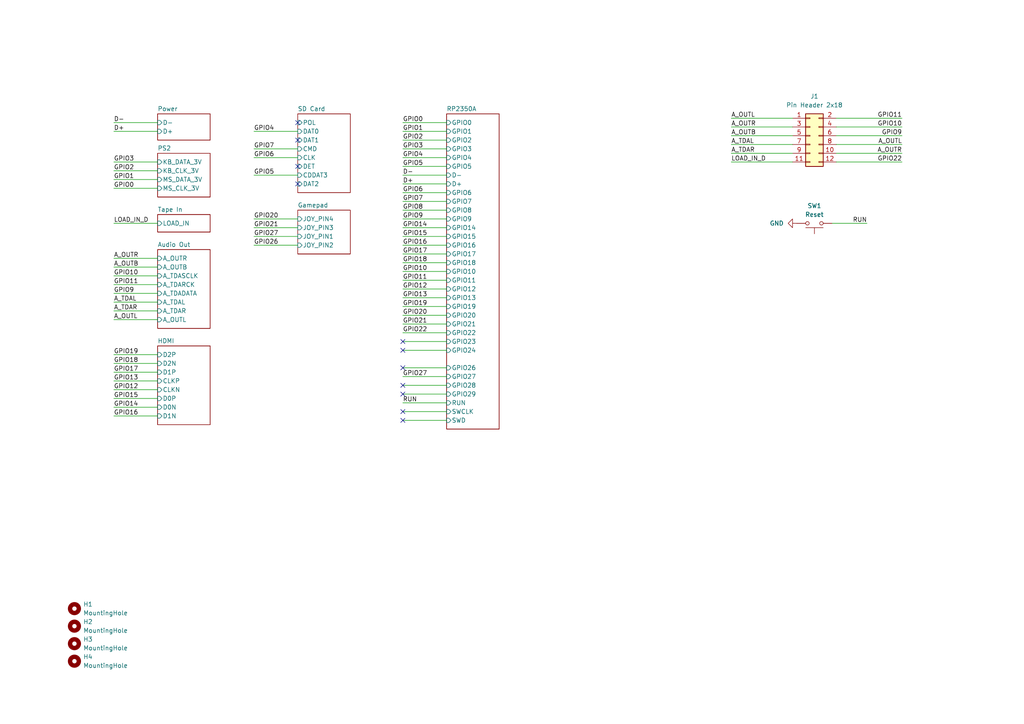
<source format=kicad_sch>
(kicad_sch (version 20231120) (generator "eeschema") (generator_version "8.0")
  (paper "A4")
  (title_block (title "Frank M2") (date "2025-02-02") (rev "1.02") (company "Mikhail Matveev") (comment 1 "https://github.com/xtremespb/frank"))
  (lib_symbols
    (symbol "Connector_Generic:Conn_02x06_Odd_Even" (pin_names (offset 1.016) hide)
      (property "Reference" "J" (at 1.27 7.62 0))
      (property "Value" "Conn_02x06_Odd_Even" (at 1.27 -10.16 0))
      (symbol "Conn_02x06_Odd_Even_1_1"
        (rectangle (start -1.27 -7.493) (end 0 -7.747) (stroke (width 0.1524)))
        (rectangle (start -1.27 -4.953) (end 0 -5.207) (stroke (width 0.1524)))
        (rectangle (start -1.27 -2.413) (end 0 -2.667) (stroke (width 0.1524)))
        (rectangle (start -1.27 0.127) (end 0 -0.127) (stroke (width 0.1524)))
        (rectangle (start -1.27 2.667) (end 0 2.413) (stroke (width 0.1524)))
        (rectangle (start -1.27 5.207) (end 0 4.953) (stroke (width 0.1524)))
        (rectangle (start -1.27 6.35) (end 3.81 -8.89) (stroke (width 0.254)) (fill (type background)))
        (rectangle (start 3.81 -7.493) (end 2.54 -7.747) (stroke (width 0.1524)))
        (rectangle (start 3.81 -4.953) (end 2.54 -5.207) (stroke (width 0.1524)))
        (rectangle (start 3.81 -2.413) (end 2.54 -2.667) (stroke (width 0.1524)))
        (rectangle (start 3.81 0.127) (end 2.54 -0.127) (stroke (width 0.1524)))
        (rectangle (start 3.81 2.667) (end 2.54 2.413) (stroke (width 0.1524)))
        (rectangle (start 3.81 5.207) (end 2.54 4.953) (stroke (width 0.1524)))
        (pin passive line (at -5.08 5.08 0) (length 3.81) (name "Pin_1") (number "1"))
        (pin passive line (at 7.62 -5.08 180) (length 3.81) (name "Pin_10") (number "10"))
        (pin passive line (at -5.08 -7.62 0) (length 3.81) (name "Pin_11") (number "11"))
        (pin passive line (at 7.62 -7.62 180) (length 3.81) (name "Pin_12") (number "12"))
        (pin passive line (at 7.62 5.08 180) (length 3.81) (name "Pin_2") (number "2"))
        (pin passive line (at -5.08 2.54 0) (length 3.81) (name "Pin_3") (number "3"))
        (pin passive line (at 7.62 2.54 180) (length 3.81) (name "Pin_4") (number "4"))
        (pin passive line (at -5.08 0 0) (length 3.81) (name "Pin_5") (number "5"))
        (pin passive line (at 7.62 0 180) (length 3.81) (name "Pin_6") (number "6"))
        (pin passive line (at -5.08 -2.54 0) (length 3.81) (name "Pin_7") (number "7"))
        (pin passive line (at 7.62 -2.54 180) (length 3.81) (name "Pin_8") (number "8"))
        (pin passive line (at -5.08 -5.08 0) (length 3.81) (name "Pin_9") (number "9"))
      )
    )
    (symbol "GND_1" (power) (pin_numbers hide) (pin_names (offset 0) hide)
      (property "Value" "GND" (at 0 -3.81 0))
      (symbol "GND_1_0_1"
        (polyline (pts (xy 0 0) (xy 0 -1.27) (xy 1.27 -1.27) (xy 0 -2.54) (xy -1.27 -1.27) (xy 0 -1.27)))
      )
      (symbol "GND_1_1_1"
        (pin power_in line (at 0 0 270) (length 0) (name "~") (number "1"))
      )
    )
    (symbol "Mechanical:MountingHole" (pin_names (offset 1.016)) (exclude_from_sim yes) (in_bom no)
      (property "Reference" "H" (at 0 5.08 0))
      (property "Value" "MountingHole" (at 0 3.175 0))
      (symbol "MountingHole_0_1"
        (circle (center 0 0) (radius 1.27) (stroke (width 1.27)))
      )
    )
    (symbol "Switch:SW_Push" (pin_numbers hide) (pin_names (offset 1.016) hide)
      (property "Reference" "SW" (at 1.27 2.54 0))
      (property "Value" "SW_Push" (at 0 -1.524 0))
      (symbol "SW_Push_0_1"
        (circle (center -2.032 0) (radius 0.508))
        (polyline (pts (xy 0 1.27) (xy 0 3.048)))
        (polyline (pts (xy 2.54 1.27) (xy -2.54 1.27)))
        (circle (center 2.032 0) (radius 0.508))
        (pin passive line (at -5.08 0 0) (length 2.54) (name "1") (number "1"))
        (pin passive line (at 5.08 0 180) (length 2.54) (name "2") (number "2"))
      )
    )
  )
  (no_connect (at 116.84 99.06))
  (no_connect (at 86.36 53.34))
  (no_connect (at 116.84 119.38))
  (no_connect (at 116.84 101.6))
  (no_connect (at 86.36 40.64))
  (no_connect (at 116.84 106.68))
  (no_connect (at 86.36 48.26))
  (no_connect (at 86.36 35.56))
  (no_connect (at 116.84 111.76))
  (no_connect (at 116.84 114.3))
  (no_connect (at 116.84 121.92))
  (wire (pts (xy 33.02 77.47) (xy 45.72 77.47)))
  (wire (pts (xy 33.02 80.01) (xy 45.72 80.01)))
  (wire (pts (xy 116.84 81.28) (xy 129.54 81.28)))
  (wire (pts (xy 116.84 38.1) (xy 129.54 38.1)))
  (wire (pts (xy 116.84 114.3) (xy 129.54 114.3)))
  (wire (pts (xy 116.84 60.96) (xy 129.54 60.96)))
  (wire (pts (xy 116.84 91.44) (xy 129.54 91.44)))
  (wire (pts (xy 212.09 41.91) (xy 229.87 41.91)))
  (wire (pts (xy 116.84 63.5) (xy 129.54 63.5)))
  (wire (pts (xy 33.02 120.65) (xy 45.72 120.65)))
  (wire (pts (xy 241.3 64.77) (xy 251.46 64.77)))
  (wire (pts (xy 33.02 92.71) (xy 45.72 92.71)))
  (wire (pts (xy 33.02 54.61) (xy 45.72 54.61)))
  (wire (pts (xy 116.84 106.68) (xy 129.54 106.68)))
  (wire (pts (xy 33.02 74.93) (xy 45.72 74.93)))
  (wire (pts (xy 33.02 115.57) (xy 45.72 115.57)))
  (wire (pts (xy 33.02 105.41) (xy 45.72 105.41)))
  (wire (pts (xy 33.02 46.99) (xy 45.72 46.99)))
  (wire (pts (xy 116.84 109.22) (xy 129.54 109.22)))
  (wire (pts (xy 33.02 102.87) (xy 45.72 102.87)))
  (wire (pts (xy 33.02 110.49) (xy 45.72 110.49)))
  (wire (pts (xy 116.84 50.8) (xy 129.54 50.8)))
  (wire (pts (xy 33.02 87.63) (xy 45.72 87.63)))
  (wire (pts (xy 73.66 43.18) (xy 86.36 43.18)))
  (wire (pts (xy 212.09 44.45) (xy 229.87 44.45)))
  (wire (pts (xy 116.84 116.84) (xy 129.54 116.84)))
  (wire (pts (xy 33.02 82.55) (xy 45.72 82.55)))
  (wire (pts (xy 242.57 46.99) (xy 261.62 46.99)))
  (wire (pts (xy 116.84 121.92) (xy 129.54 121.92)))
  (wire (pts (xy 33.02 38.1) (xy 45.72 38.1)))
  (wire (pts (xy 116.84 86.36) (xy 129.54 86.36)))
  (wire (pts (xy 116.84 101.6) (xy 129.54 101.6)))
  (wire (pts (xy 116.84 48.26) (xy 129.54 48.26)))
  (wire (pts (xy 33.02 49.53) (xy 45.72 49.53)))
  (wire (pts (xy 116.84 96.52) (xy 129.54 96.52)))
  (wire (pts (xy 116.84 35.56) (xy 129.54 35.56)))
  (wire (pts (xy 73.66 68.58) (xy 86.36 68.58)))
  (wire (pts (xy 116.84 76.2) (xy 129.54 76.2)))
  (wire (pts (xy 116.84 55.88) (xy 129.54 55.88)))
  (wire (pts (xy 33.02 35.56) (xy 45.72 35.56)))
  (wire (pts (xy 33.02 107.95) (xy 45.72 107.95)))
  (wire (pts (xy 242.57 36.83) (xy 261.62 36.83)))
  (wire (pts (xy 116.84 93.98) (xy 129.54 93.98)))
  (wire (pts (xy 33.02 118.11) (xy 45.72 118.11)))
  (wire (pts (xy 73.66 63.5) (xy 86.36 63.5)))
  (wire (pts (xy 116.84 45.72) (xy 129.54 45.72)))
  (wire (pts (xy 116.84 58.42) (xy 129.54 58.42)))
  (wire (pts (xy 73.66 38.1) (xy 86.36 38.1)))
  (wire (pts (xy 73.66 66.04) (xy 86.36 66.04)))
  (wire (pts (xy 116.84 53.34) (xy 129.54 53.34)))
  (wire (pts (xy 116.84 88.9) (xy 129.54 88.9)))
  (wire (pts (xy 116.84 43.18) (xy 129.54 43.18)))
  (wire (pts (xy 33.02 64.77) (xy 45.72 64.77)))
  (wire (pts (xy 242.57 34.29) (xy 261.62 34.29)))
  (wire (pts (xy 116.84 68.58) (xy 129.54 68.58)))
  (wire (pts (xy 116.84 40.64) (xy 129.54 40.64)))
  (wire (pts (xy 212.09 36.83) (xy 229.87 36.83)))
  (wire (pts (xy 116.84 99.06) (xy 129.54 99.06)))
  (wire (pts (xy 33.02 113.03) (xy 45.72 113.03)))
  (wire (pts (xy 116.84 119.38) (xy 129.54 119.38)))
  (wire (pts (xy 73.66 71.12) (xy 86.36 71.12)))
  (wire (pts (xy 33.02 52.07) (xy 45.72 52.07)))
  (wire (pts (xy 212.09 39.37) (xy 229.87 39.37)))
  (wire (pts (xy 242.57 39.37) (xy 261.62 39.37)))
  (wire (pts (xy 242.57 44.45) (xy 261.62 44.45)))
  (wire (pts (xy 116.84 71.12) (xy 129.54 71.12)))
  (wire (pts (xy 73.66 50.8) (xy 86.36 50.8)))
  (wire (pts (xy 212.09 46.99) (xy 229.87 46.99)))
  (wire (pts (xy 33.02 85.09) (xy 45.72 85.09)))
  (wire (pts (xy 242.57 41.91) (xy 261.62 41.91)))
  (wire (pts (xy 116.84 66.04) (xy 129.54 66.04)))
  (wire (pts (xy 212.09 34.29) (xy 229.87 34.29)))
  (wire (pts (xy 116.84 73.66) (xy 129.54 73.66)))
  (wire (pts (xy 73.66 45.72) (xy 86.36 45.72)))
  (wire (pts (xy 33.02 90.17) (xy 45.72 90.17)))
  (wire (pts (xy 116.84 111.76) (xy 129.54 111.76)))
  (wire (pts (xy 116.84 83.82) (xy 129.54 83.82)))
  (wire (pts (xy 116.84 78.74) (xy 129.54 78.74)))
  (label "GPIO6" (at 73.66 45.72 0))
  (label "GPIO8" (at 116.84 60.96 0))
  (label "A_TDAL" (at 212.09 41.91 0))
  (label "GPIO19" (at 116.84 88.9 0))
  (label "LOAD_IN_D" (at 212.09 46.99 0))
  (label "GPIO26" (at 73.66 71.12 0))
  (label "GPIO16" (at 116.84 71.12 0))
  (label "D+" (at 33.02 38.1 0))
  (label "GPIO9" (at 116.84 63.5 0))
  (label "GPIO5" (at 116.84 48.26 0))
  (label "GPIO18" (at 33.02 105.41 0))
  (label "GPIO12" (at 116.84 83.82 0))
  (label "RUN" (at 116.84 116.84 0))
  (label "GPIO13" (at 33.02 110.49 0))
  (label "GPIO11" (at 33.02 82.55 0))
  (label "GPIO18" (at 116.84 76.2 0))
  (label "GPIO11" (at 116.84 81.28 0))
  (label "GPIO16" (at 33.02 120.65 0))
  (label "GPIO10" (at 33.02 80.01 0))
  (label "GPIO21" (at 116.84 93.98 0))
  (label "GPIO5" (at 73.66 50.8 0))
  (label "A_OUTR" (at 33.02 74.93 0))
  (label "GPIO15" (at 116.84 68.58 0))
  (label "GPIO4" (at 73.66 38.1 0))
  (label "A_TDAR" (at 212.09 44.45 0))
  (label "GPIO27" (at 116.84 109.22 0))
  (label "LOAD_IN_D" (at 33.02 64.77 0))
  (label "GPIO15" (at 33.02 115.57 0))
  (label "A_OUTL" (at 261.62 41.91 180))
  (label "GPIO9" (at 33.02 85.09 0))
  (label "GPIO14" (at 116.84 66.04 0))
  (label "GPIO13" (at 116.84 86.36 0))
  (label "GPIO4" (at 116.84 45.72 0))
  (label "GPIO3" (at 33.02 46.99 0))
  (label "GPIO14" (at 33.02 118.11 0))
  (label "GPIO0" (at 116.84 35.56 0))
  (label "GPIO10" (at 261.62 36.83 180))
  (label "GPIO11" (at 261.62 34.29 180))
  (label "GPIO7" (at 73.66 43.18 0))
  (label "GPIO12" (at 33.02 113.03 0))
  (label "GPIO17" (at 33.02 107.95 0))
  (label "GPIO3" (at 116.84 43.18 0))
  (label "GPIO27" (at 73.66 68.58 0))
  (label "GPIO22" (at 261.62 46.99 180))
  (label "GPIO9" (at 261.62 39.37 180))
  (label "GPIO20" (at 116.84 91.44 0))
  (label "GPIO1" (at 116.84 38.1 0))
  (label "A_OUTB" (at 212.09 39.37 0))
  (label "GPIO7" (at 116.84 58.42 0))
  (label "A_TDAL" (at 33.02 87.63 0))
  (label "GPIO10" (at 116.84 78.74 0))
  (label "A_OUTL" (at 33.02 92.71 0))
  (label "A_OUTR" (at 261.62 44.45 180))
  (label "GPIO1" (at 33.02 52.07 0))
  (label "RUN" (at 251.46 64.77 180))
  (label "GPIO20" (at 73.66 63.5 0))
  (label "D-" (at 33.02 35.56 0))
  (label "GPIO21" (at 73.66 66.04 0))
  (label "A_OUTL" (at 212.09 34.29 0))
  (label "D+" (at 116.84 53.34 0))
  (label "GPIO17" (at 116.84 73.66 0))
  (label "GPIO19" (at 33.02 102.87 0))
  (label "GPIO2" (at 116.84 40.64 0))
  (label "A_OUTR" (at 212.09 36.83 0))
  (label "GPIO2" (at 33.02 49.53 0))
  (label "D-" (at 116.84 50.8 0))
  (label "A_TDAR" (at 33.02 90.17 0))
  (label "A_OUTB" (at 33.02 77.47 0))
  (label "GPIO6" (at 116.84 55.88 0))
  (label "GPIO22" (at 116.84 96.52 0))
  (label "GPIO0" (at 33.02 54.61 0))
  (symbol (lib_name "GND_1") (lib_id "power:GND") (at 231.14 64.77 270) (unit 1)
    (property "Reference" "#PWR01" (effects (hide yes)))
    (property "Value" "GND" (at 227.33 64.7699 90) (effects (justify right)))
    (property "Description" "Power symbol creates a global label with name \"GND\" , ground" (effects (hide yes)))
  )
  (symbol (lib_id "Connector_Generic:Conn_02x06_Odd_Even") (at 234.95 39.37 0) (unit 1)
    (property "Reference" "J1" (at 236.22 27.94 0))
    (property "Value" "Pin Header 2x18" (at 236.22 30.48 0))
    (property "Footprint" "FRANK:Pin Header (2x06)" (effects (hide yes)))
    (property "Datasheet" "https://docs.rs-online.com/827f/0900766b80da4f03.pdf" (effects (hide yes)))
    (property "Description" "Generic connector, double row, 02x06, odd/even pin numbering scheme (row 1 odd numbers, row 2 even numbers), script generated (kicad-library-utils/schlib/autogen/connector/)" (effects (hide yes)))
    (property "AliExpress" "https://www.aliexpress.com/item/1005006804478835.html" (effects (hide yes)))
  )
  (symbol (lib_id "Switch:SW_Push") (at 236.22 64.77 180) (unit 1)
    (property "Reference" "SW1" (at 236.22 59.69 0))
    (property "Value" "Reset" (at 236.22 62.23 0))
    (property "Footprint" "FRANK:Button (SMD, 3x3mm, 1-1)" (effects (hide yes)))
    (property "Datasheet" "https://www.sohantech.com/3x3x1-5-push-button-switch-product/" (effects (hide yes)))
    (property "AliExpress" "https://www.aliexpress.com/item/1005007359248990.html" (effects (hide yes)))
  )
  (symbol (lib_id "Mechanical:MountingHole") (at 21.59 186.69 0) (unit 1) (exclude_from_sim yes) (in_bom no)
    (property "Reference" "H3" (at 24.13 185.4199 0) (effects (justify left)))
    (property "Value" "MountingHole" (at 24.13 187.9599 0) (effects (justify left)))
    (property "Footprint" "FRANK:Mounting Hole (2.7mm)" (effects (hide yes)))
    (property "Description" "Mounting Hole without connection" (effects (hide yes)))
  )
  (symbol (lib_id "Mechanical:MountingHole") (at 21.59 181.61 0) (unit 1) (exclude_from_sim yes) (in_bom no)
    (property "Reference" "H2" (at 24.13 180.3399 0) (effects (justify left)))
    (property "Value" "MountingHole" (at 24.13 182.8799 0) (effects (justify left)))
    (property "Footprint" "FRANK:Mounting Hole (2.7mm)" (effects (hide yes)))
    (property "Description" "Mounting Hole without connection" (effects (hide yes)))
  )
  (symbol (lib_id "Mechanical:MountingHole") (at 21.59 191.77 0) (unit 1) (exclude_from_sim yes) (in_bom no)
    (property "Reference" "H4" (at 24.13 190.4999 0) (effects (justify left)))
    (property "Value" "MountingHole" (at 24.13 193.0399 0) (effects (justify left)))
    (property "Footprint" "FRANK:Mounting Hole (2.7mm)" (effects (hide yes)))
    (property "Description" "Mounting Hole without connection" (effects (hide yes)))
  )
  (symbol (lib_id "Mechanical:MountingHole") (at 21.59 176.53 0) (unit 1) (exclude_from_sim yes) (in_bom no)
    (property "Reference" "H1" (at 24.13 175.2599 0) (effects (justify left)))
    (property "Value" "MountingHole" (at 24.13 177.7999 0) (effects (justify left)))
    (property "Footprint" "FRANK:Mounting Hole (2.7mm)" (effects (hide yes)))
    (property "Description" "Mounting Hole without connection" (effects (hide yes)))
  )
  (sheet (at 45.72 44.45) (size 15.24 12.7) (stroke (width 0.1524))
    (property "Sheetname" "PS2" (at 45.72 43.7384 0) (effects (justify left bottom)))
    (property "Sheetfile" "ps2.kicad_sch" (effects (hide yes)))
    (pin "KB_DATA_3V" input (at 45.72 46.99 180))
    (pin "KB_CLK_3V" input (at 45.72 49.53 180))
    (pin "MS_DATA_3V" input (at 45.72 52.07 180))
    (pin "MS_CLK_3V" input (at 45.72 54.61 180))
  )
  (sheet (at 45.72 100.33) (size 15.24 22.86) (stroke (width 0.1524))
    (property "Sheetname" "HDMI" (at 45.72 99.6184 0) (effects (justify left bottom)))
    (property "Sheetfile" "hdmi.kicad_sch" (effects (hide yes)))
    (pin "D2P" input (at 45.72 102.87 180))
    (pin "D2N" input (at 45.72 105.41 180))
    (pin "D1P" input (at 45.72 107.95 180))
    (pin "CLKP" input (at 45.72 110.49 180))
    (pin "CLKN" input (at 45.72 113.03 180))
    (pin "D0P" input (at 45.72 115.57 180))
    (pin "D0N" input (at 45.72 118.11 180))
    (pin "D1N" input (at 45.72 120.65 180))
  )
  (sheet (at 86.36 33.02) (size 15.24 22.86) (stroke (width 0.1524))
    (property "Sheetname" "SD Card" (at 86.36 32.3084 0) (effects (justify left bottom)))
    (property "Sheetfile" "sd.kicad_sch" (effects (hide yes)))
    (pin "POL" input (at 86.36 35.56 180))
    (pin "DAT0" input (at 86.36 38.1 180))
    (pin "DAT1" input (at 86.36 40.64 180))
    (pin "CMD" input (at 86.36 43.18 180))
    (pin "CLK" input (at 86.36 45.72 180))
    (pin "DET" input (at 86.36 48.26 180))
    (pin "CDDAT3" input (at 86.36 50.8 180))
    (pin "DAT2" input (at 86.36 53.34 180))
  )
  (sheet (at 45.72 62.23) (size 15.24 5.08) (stroke (width 0.1524))
    (property "Sheetname" "Tape In" (at 45.72 61.5184 0) (effects (justify left bottom)))
    (property "Sheetfile" "tape.kicad_sch" (effects (hide yes)))
    (pin "LOAD_IN" input (at 45.72 64.77 180))
  )
  (sheet (at 45.72 33.02) (size 15.24 7.62) (stroke (width 0.1524))
    (property "Sheetname" "Power" (at 45.72 32.3084 0) (effects (justify left bottom)))
    (property "Sheetfile" "power.kicad_sch" (effects (hide yes)))
    (pin "D-" input (at 45.72 35.56 180))
    (pin "D+" input (at 45.72 38.1 180))
  )
  (sheet (at 129.54 33.02) (size 15.24 91.44) (stroke (width 0.1524))
    (property "Sheetname" "RP2350A" (at 129.54 32.3084 0) (effects (justify left bottom)))
    (property "Sheetfile" "rp2350a.kicad_sch" (effects (hide yes)))
    (pin "GPIO0" input (at 129.54 35.56 180))
    (pin "GPIO1" input (at 129.54 38.1 180))
    (pin "GPIO2" input (at 129.54 40.64 180))
    (pin "GPIO3" input (at 129.54 43.18 180))
    (pin "GPIO4" input (at 129.54 45.72 180))
    (pin "GPIO5" input (at 129.54 48.26 180))
    (pin "D-" input (at 129.54 50.8 180))
    (pin "D+" input (at 129.54 53.34 180))
    (pin "GPIO6" input (at 129.54 55.88 180))
    (pin "GPIO7" input (at 129.54 58.42 180))
    (pin "GPIO8" input (at 129.54 60.96 180))
    (pin "GPIO9" input (at 129.54 63.5 180))
    (pin "GPIO14" input (at 129.54 66.04 180))
    (pin "GPIO15" input (at 129.54 68.58 180))
    (pin "GPIO16" input (at 129.54 71.12 180))
    (pin "GPIO17" input (at 129.54 73.66 180))
    (pin "GPIO18" input (at 129.54 76.2 180))
    (pin "GPIO10" input (at 129.54 78.74 180))
    (pin "GPIO11" input (at 129.54 81.28 180))
    (pin "GPIO12" input (at 129.54 83.82 180))
    (pin "GPIO13" input (at 129.54 86.36 180))
    (pin "GPIO19" input (at 129.54 88.9 180))
    (pin "GPIO20" input (at 129.54 91.44 180))
    (pin "GPIO21" input (at 129.54 93.98 180))
    (pin "GPIO22" input (at 129.54 96.52 180))
    (pin "GPIO23" input (at 129.54 99.06 180))
    (pin "GPIO24" input (at 129.54 101.6 180))
    (pin "GPIO26" input (at 129.54 106.68 180))
    (pin "GPIO27" input (at 129.54 109.22 180))
    (pin "GPIO28" input (at 129.54 111.76 180))
    (pin "GPIO29" input (at 129.54 114.3 180))
    (pin "RUN" input (at 129.54 116.84 180))
    (pin "SWCLK" input (at 129.54 119.38 180))
    (pin "SWD" input (at 129.54 121.92 180))
  )
  (sheet (at 86.36 60.96) (size 15.24 12.7) (stroke (width 0.1524))
    (property "Sheetname" "Gamepad" (at 86.36 60.2484 0) (effects (justify left bottom)))
    (property "Sheetfile" "gamepad.kicad_sch" (effects (hide yes)))
    (pin "JOY_PIN4" input (at 86.36 63.5 180))
    (pin "JOY_PIN3" input (at 86.36 66.04 180))
    (pin "JOY_PIN1" input (at 86.36 68.58 180))
    (pin "JOY_PIN2" input (at 86.36 71.12 180))
  )
  (sheet (at 45.72 72.39) (size 15.24 22.86) (stroke (width 0.1524))
    (property "Sheetname" "Audio Out" (at 45.72 71.6784 0) (effects (justify left bottom)))
    (property "Sheetfile" "audio_out_m1.kicad_sch" (effects (hide yes)))
    (pin "A_OUTR" input (at 45.72 74.93 180))
    (pin "A_OUTB" input (at 45.72 77.47 180))
    (pin "A_TDASCLK" input (at 45.72 80.01 180))
    (pin "A_TDARCK" input (at 45.72 82.55 180))
    (pin "A_TDADATA" input (at 45.72 85.09 180))
    (pin "A_TDAL" input (at 45.72 87.63 180))
    (pin "A_TDAR" input (at 45.72 90.17 180))
    (pin "A_OUTL" input (at 45.72 92.71 180))
  )
)
</source>
